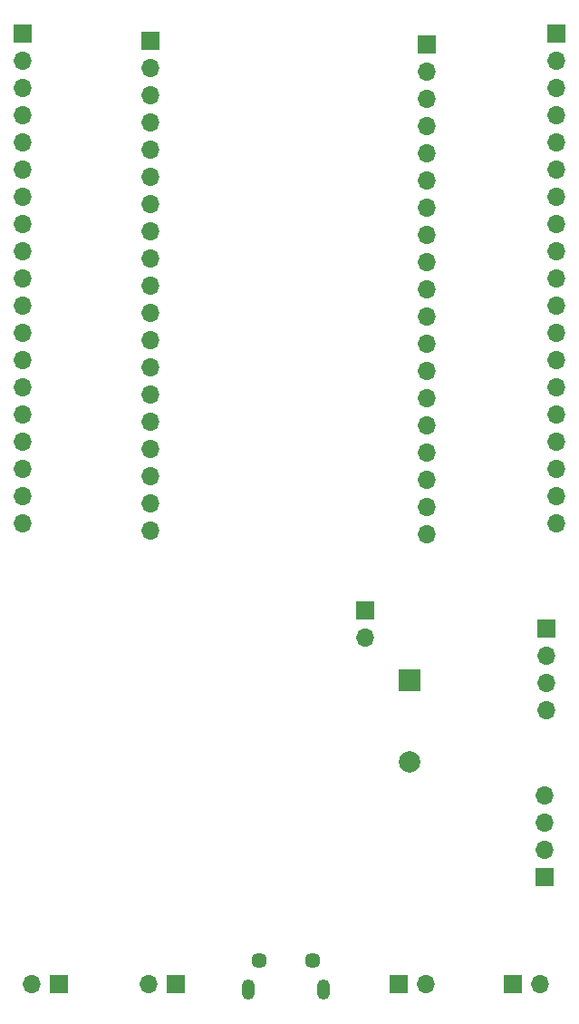
<source format=gbr>
%TF.GenerationSoftware,KiCad,Pcbnew,7.0.5-7.0.5~ubuntu22.04.1*%
%TF.CreationDate,2023-07-06T21:51:13-03:00*%
%TF.ProjectId,Dev-kit-multiboards,4465762d-6b69-4742-9d6d-756c7469626f,rev?*%
%TF.SameCoordinates,Original*%
%TF.FileFunction,Soldermask,Bot*%
%TF.FilePolarity,Negative*%
%FSLAX46Y46*%
G04 Gerber Fmt 4.6, Leading zero omitted, Abs format (unit mm)*
G04 Created by KiCad (PCBNEW 7.0.5-7.0.5~ubuntu22.04.1) date 2023-07-06 21:51:13*
%MOMM*%
%LPD*%
G01*
G04 APERTURE LIST*
%ADD10R,1.700000X1.700000*%
%ADD11O,1.700000X1.700000*%
%ADD12C,1.450000*%
%ADD13O,1.200000X1.900000*%
%ADD14R,2.000000X2.000000*%
%ADD15C,2.000000*%
G04 APERTURE END LIST*
D10*
%TO.C,JP1*%
X125840000Y-92110000D03*
D11*
X125840000Y-94650000D03*
%TD*%
D12*
%TO.C,J10*%
X120930000Y-124787500D03*
D13*
X114930000Y-127487500D03*
D12*
X115930000Y-124787500D03*
D13*
X121930000Y-127487500D03*
%TD*%
D10*
%TO.C,J2*%
X142760000Y-93790000D03*
D11*
X142760000Y-96330000D03*
X142760000Y-98870000D03*
X142760000Y-101410000D03*
%TD*%
D10*
%TO.C,J7*%
X108080000Y-126950000D03*
D11*
X105540000Y-126950000D03*
%TD*%
D10*
%TO.C,J4*%
X105760000Y-38916250D03*
D11*
X105760000Y-41456250D03*
X105760000Y-43996250D03*
X105760000Y-46536250D03*
X105760000Y-49076250D03*
X105760000Y-51616250D03*
X105760000Y-54156250D03*
X105760000Y-56696250D03*
X105760000Y-59236250D03*
X105760000Y-61776250D03*
X105760000Y-64316250D03*
X105760000Y-66856250D03*
X105760000Y-69396250D03*
X105760000Y-71936250D03*
X105760000Y-74476250D03*
X105760000Y-77016250D03*
X105760000Y-79556250D03*
X105760000Y-82096250D03*
X105760000Y-84636250D03*
%TD*%
D10*
%TO.C,J9*%
X143650000Y-38270000D03*
D11*
X143650000Y-40810000D03*
X143650000Y-43350000D03*
X143650000Y-45890000D03*
X143650000Y-48430000D03*
X143650000Y-50970000D03*
X143650000Y-53510000D03*
X143650000Y-56050000D03*
X143650000Y-58590000D03*
X143650000Y-61130000D03*
X143650000Y-63670000D03*
X143650000Y-66210000D03*
X143650000Y-68750000D03*
X143650000Y-71290000D03*
X143650000Y-73830000D03*
X143650000Y-76370000D03*
X143650000Y-78910000D03*
X143650000Y-81450000D03*
X143650000Y-83990000D03*
%TD*%
%TO.C,J3*%
X142140000Y-126950000D03*
D10*
X139600000Y-126950000D03*
%TD*%
%TO.C,J6*%
X128930000Y-126950000D03*
D11*
X131470000Y-126950000D03*
%TD*%
D10*
%TO.C,J5*%
X131560000Y-39256250D03*
D11*
X131560000Y-41796250D03*
X131560000Y-44336250D03*
X131560000Y-46876250D03*
X131560000Y-49416250D03*
X131560000Y-51956250D03*
X131560000Y-54496250D03*
X131560000Y-57036250D03*
X131560000Y-59576250D03*
X131560000Y-62116250D03*
X131560000Y-64656250D03*
X131560000Y-67196250D03*
X131560000Y-69736250D03*
X131560000Y-72276250D03*
X131560000Y-74816250D03*
X131560000Y-77356250D03*
X131560000Y-79896250D03*
X131560000Y-82436250D03*
X131560000Y-84976250D03*
%TD*%
D10*
%TO.C,J12*%
X97190000Y-126950000D03*
D11*
X94650000Y-126950000D03*
%TD*%
D10*
%TO.C,J8*%
X93830000Y-38270000D03*
D11*
X93830000Y-40810000D03*
X93830000Y-43350000D03*
X93830000Y-45890000D03*
X93830000Y-48430000D03*
X93830000Y-50970000D03*
X93830000Y-53510000D03*
X93830000Y-56050000D03*
X93830000Y-58590000D03*
X93830000Y-61130000D03*
X93830000Y-63670000D03*
X93830000Y-66210000D03*
X93830000Y-68750000D03*
X93830000Y-71290000D03*
X93830000Y-73830000D03*
X93830000Y-76370000D03*
X93830000Y-78910000D03*
X93830000Y-81450000D03*
X93830000Y-83990000D03*
%TD*%
D10*
%TO.C,J1*%
X142570000Y-116970000D03*
D11*
X142570000Y-114430000D03*
X142570000Y-111890000D03*
X142570000Y-109350000D03*
%TD*%
D14*
%TO.C,BUZZER1*%
X129990000Y-98650000D03*
D15*
X129990000Y-106250000D03*
%TD*%
M02*

</source>
